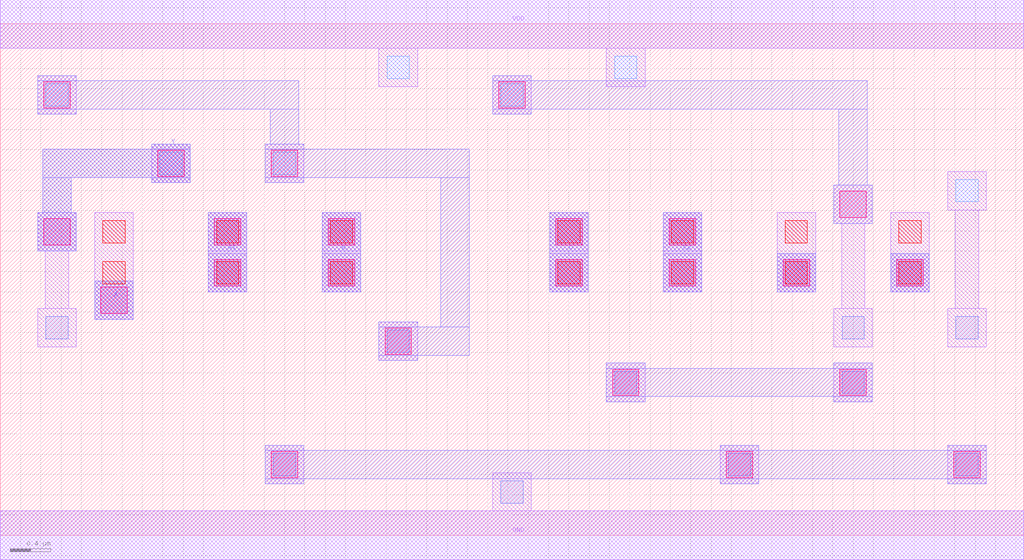
<source format=lef>
MACRO AOOAI2131
 CLASS CORE ;
 FOREIGN AOOAI2131 0 0 ;
 SIZE 10.08 BY 5.04 ;
 ORIGIN 0 0 ;
 SYMMETRY X Y R90 ;
 SITE unit ;
  PIN VDD
   DIRECTION INOUT ;
   USE POWER ;
   SHAPE ABUTMENT ;
    PORT
     CLASS CORE ;
       LAYER met1 ;
        RECT 0.00000000 4.80000000 10.08000000 5.28000000 ;
    END
  END VDD

  PIN GND
   DIRECTION INOUT ;
   USE POWER ;
   SHAPE ABUTMENT ;
    PORT
     CLASS CORE ;
       LAYER met1 ;
        RECT 0.00000000 -0.24000000 10.08000000 0.24000000 ;
    END
  END GND

  PIN Y
   DIRECTION INOUT ;
   USE SIGNAL ;
   SHAPE ABUTMENT ;
    PORT
     CLASS CORE ;
       LAYER met2 ;
        RECT 0.37000000 2.80200000 0.75000000 3.18200000 ;
        RECT 0.42000000 3.18200000 0.70000000 3.52700000 ;
        RECT 1.49000000 3.47700000 1.87000000 3.52700000 ;
        RECT 0.42000000 3.52700000 1.87000000 3.80700000 ;
        RECT 1.49000000 3.80700000 1.87000000 3.85700000 ;
    END
  END Y

  PIN D
   DIRECTION INOUT ;
   USE SIGNAL ;
   SHAPE ABUTMENT ;
    PORT
     CLASS CORE ;
       LAYER met2 ;
        RECT 5.41000000 2.39700000 5.79000000 3.18200000 ;
    END
  END D

  PIN A
   DIRECTION INOUT ;
   USE SIGNAL ;
   SHAPE ABUTMENT ;
    PORT
     CLASS CORE ;
       LAYER met2 ;
        RECT 0.93000000 2.12700000 1.31000000 2.50700000 ;
    END
  END A

  PIN B
   DIRECTION INOUT ;
   USE SIGNAL ;
   SHAPE ABUTMENT ;
    PORT
     CLASS CORE ;
       LAYER met2 ;
        RECT 3.17000000 2.39700000 3.55000000 3.18200000 ;
    END
  END B

  PIN C1
   DIRECTION INOUT ;
   USE SIGNAL ;
   SHAPE ABUTMENT ;
    PORT
     CLASS CORE ;
       LAYER met2 ;
        RECT 7.65000000 2.39700000 8.03000000 2.77700000 ;
    END
  END C1

  PIN A1
   DIRECTION INOUT ;
   USE SIGNAL ;
   SHAPE ABUTMENT ;
    PORT
     CLASS CORE ;
       LAYER met2 ;
        RECT 2.05000000 2.39700000 2.43000000 3.18200000 ;
    END
  END A1

  PIN C
   DIRECTION INOUT ;
   USE SIGNAL ;
   SHAPE ABUTMENT ;
    PORT
     CLASS CORE ;
       LAYER met2 ;
        RECT 8.77000000 2.39700000 9.15000000 2.77700000 ;
    END
  END C

  PIN C2
   DIRECTION INOUT ;
   USE SIGNAL ;
   SHAPE ABUTMENT ;
    PORT
     CLASS CORE ;
       LAYER met2 ;
        RECT 6.53000000 2.39700000 6.91000000 3.18200000 ;
    END
  END C2

 OBS
    LAYER polycont ;
     RECT 1.01000000 2.47700000 1.23000000 2.69700000 ;
     RECT 2.13000000 2.47700000 2.35000000 2.69700000 ;
     RECT 3.25000000 2.47700000 3.47000000 2.69700000 ;
     RECT 5.49000000 2.47700000 5.71000000 2.69700000 ;
     RECT 6.61000000 2.47700000 6.83000000 2.69700000 ;
     RECT 7.73000000 2.47700000 7.95000000 2.69700000 ;
     RECT 8.85000000 2.47700000 9.07000000 2.69700000 ;
     RECT 1.01000000 2.88200000 1.23000000 3.10200000 ;
     RECT 2.13000000 2.88200000 2.35000000 3.10200000 ;
     RECT 3.25000000 2.88200000 3.47000000 3.10200000 ;
     RECT 5.49000000 2.88200000 5.71000000 3.10200000 ;
     RECT 6.61000000 2.88200000 6.83000000 3.10200000 ;
     RECT 7.73000000 2.88200000 7.95000000 3.10200000 ;
     RECT 8.85000000 2.88200000 9.07000000 3.10200000 ;

    LAYER pdiffc ;
     RECT 9.41000000 3.28700000 9.63000000 3.50700000 ;
     RECT 1.57000000 3.55700000 1.79000000 3.77700000 ;
     RECT 2.69000000 3.55700000 2.91000000 3.77700000 ;
     RECT 0.45000000 4.23200000 0.67000000 4.45200000 ;
     RECT 4.93000000 4.23200000 5.15000000 4.45200000 ;
     RECT 3.81000000 4.50200000 4.03000000 4.72200000 ;
     RECT 6.05000000 4.50200000 6.27000000 4.72200000 ;

    LAYER ndiffc ;
     RECT 4.93000000 0.31700000 5.15000000 0.53700000 ;
     RECT 2.69000000 0.58700000 2.91000000 0.80700000 ;
     RECT 7.17000000 0.58700000 7.39000000 0.80700000 ;
     RECT 9.41000000 0.58700000 9.63000000 0.80700000 ;
     RECT 6.05000000 1.39700000 6.27000000 1.61700000 ;
     RECT 8.29000000 1.39700000 8.51000000 1.61700000 ;
     RECT 3.81000000 1.80200000 4.03000000 2.02200000 ;
     RECT 0.45000000 1.93700000 0.67000000 2.15700000 ;
     RECT 8.29000000 1.93700000 8.51000000 2.15700000 ;
     RECT 9.41000000 1.93700000 9.63000000 2.15700000 ;

    LAYER met1 ;
     RECT 0.00000000 -0.24000000 10.08000000 0.24000000 ;
     RECT 4.85000000 0.24000000 5.23000000 0.61700000 ;
     RECT 2.61000000 0.50700000 2.99000000 0.88700000 ;
     RECT 7.09000000 0.50700000 7.47000000 0.88700000 ;
     RECT 9.33000000 0.50700000 9.71000000 0.88700000 ;
     RECT 5.97000000 1.31700000 6.35000000 1.69700000 ;
     RECT 8.21000000 1.31700000 8.59000000 1.69700000 ;
     RECT 3.73000000 1.72200000 4.11000000 2.10200000 ;
     RECT 2.05000000 2.39700000 2.43000000 2.77700000 ;
     RECT 3.17000000 2.39700000 3.55000000 2.77700000 ;
     RECT 5.41000000 2.39700000 5.79000000 2.77700000 ;
     RECT 6.53000000 2.39700000 6.91000000 2.77700000 ;
     RECT 0.37000000 1.85700000 0.75000000 2.23700000 ;
     RECT 0.44500000 2.23700000 0.67500000 2.80200000 ;
     RECT 0.37000000 2.80200000 0.75000000 3.18200000 ;
     RECT 0.93000000 2.12700000 1.31000000 3.18200000 ;
     RECT 2.05000000 2.80200000 2.43000000 3.18200000 ;
     RECT 3.17000000 2.80200000 3.55000000 3.18200000 ;
     RECT 5.41000000 2.80200000 5.79000000 3.18200000 ;
     RECT 6.53000000 2.80200000 6.91000000 3.18200000 ;
     RECT 7.65000000 2.39700000 8.03000000 3.18200000 ;
     RECT 8.77000000 2.39700000 9.15000000 3.18200000 ;
     RECT 8.21000000 1.85700000 8.59000000 2.23700000 ;
     RECT 8.28500000 2.23700000 8.51500000 3.07200000 ;
     RECT 8.21000000 3.07200000 8.59000000 3.45200000 ;
     RECT 9.33000000 1.85700000 9.71000000 2.23700000 ;
     RECT 9.40500000 2.23700000 9.63500000 3.20700000 ;
     RECT 9.33000000 3.20700000 9.71000000 3.58700000 ;
     RECT 1.49000000 3.47700000 1.87000000 3.85700000 ;
     RECT 2.61000000 3.47700000 2.99000000 3.85700000 ;
     RECT 0.37000000 4.15200000 0.75000000 4.53200000 ;
     RECT 4.85000000 4.15200000 5.23000000 4.53200000 ;
     RECT 3.73000000 4.42200000 4.11000000 4.80000000 ;
     RECT 5.97000000 4.42200000 6.35000000 4.80000000 ;
     RECT 0.00000000 4.80000000 10.08000000 5.28000000 ;

    LAYER via1 ;
     RECT 2.67000000 0.56700000 2.93000000 0.82700000 ;
     RECT 7.15000000 0.56700000 7.41000000 0.82700000 ;
     RECT 9.39000000 0.56700000 9.65000000 0.82700000 ;
     RECT 6.03000000 1.37700000 6.29000000 1.63700000 ;
     RECT 8.27000000 1.37700000 8.53000000 1.63700000 ;
     RECT 3.79000000 1.78200000 4.05000000 2.04200000 ;
     RECT 0.99000000 2.18700000 1.25000000 2.44700000 ;
     RECT 2.11000000 2.45700000 2.37000000 2.71700000 ;
     RECT 3.23000000 2.45700000 3.49000000 2.71700000 ;
     RECT 5.47000000 2.45700000 5.73000000 2.71700000 ;
     RECT 6.59000000 2.45700000 6.85000000 2.71700000 ;
     RECT 7.71000000 2.45700000 7.97000000 2.71700000 ;
     RECT 8.83000000 2.45700000 9.09000000 2.71700000 ;
     RECT 0.43000000 2.86200000 0.69000000 3.12200000 ;
     RECT 2.11000000 2.86200000 2.37000000 3.12200000 ;
     RECT 3.23000000 2.86200000 3.49000000 3.12200000 ;
     RECT 5.47000000 2.86200000 5.73000000 3.12200000 ;
     RECT 6.59000000 2.86200000 6.85000000 3.12200000 ;
     RECT 8.27000000 3.13200000 8.53000000 3.39200000 ;
     RECT 1.55000000 3.53700000 1.81000000 3.79700000 ;
     RECT 2.67000000 3.53700000 2.93000000 3.79700000 ;
     RECT 0.43000000 4.21200000 0.69000000 4.47200000 ;
     RECT 4.91000000 4.21200000 5.17000000 4.47200000 ;

    LAYER met2 ;
     RECT 2.61000000 0.50700000 2.99000000 0.55700000 ;
     RECT 7.09000000 0.50700000 7.47000000 0.55700000 ;
     RECT 9.33000000 0.50700000 9.71000000 0.55700000 ;
     RECT 2.61000000 0.55700000 9.71000000 0.83700000 ;
     RECT 2.61000000 0.83700000 2.99000000 0.88700000 ;
     RECT 7.09000000 0.83700000 7.47000000 0.88700000 ;
     RECT 9.33000000 0.83700000 9.71000000 0.88700000 ;
     RECT 5.97000000 1.31700000 6.35000000 1.36700000 ;
     RECT 8.21000000 1.31700000 8.59000000 1.36700000 ;
     RECT 5.97000000 1.36700000 8.59000000 1.64700000 ;
     RECT 5.97000000 1.64700000 6.35000000 1.69700000 ;
     RECT 8.21000000 1.64700000 8.59000000 1.69700000 ;
     RECT 0.93000000 2.12700000 1.31000000 2.50700000 ;
     RECT 7.65000000 2.39700000 8.03000000 2.77700000 ;
     RECT 8.77000000 2.39700000 9.15000000 2.77700000 ;
     RECT 2.05000000 2.39700000 2.43000000 3.18200000 ;
     RECT 3.17000000 2.39700000 3.55000000 3.18200000 ;
     RECT 5.41000000 2.39700000 5.79000000 3.18200000 ;
     RECT 6.53000000 2.39700000 6.91000000 3.18200000 ;
     RECT 0.37000000 2.80200000 0.75000000 3.18200000 ;
     RECT 0.42000000 3.18200000 0.70000000 3.52700000 ;
     RECT 1.49000000 3.47700000 1.87000000 3.52700000 ;
     RECT 0.42000000 3.52700000 1.87000000 3.80700000 ;
     RECT 1.49000000 3.80700000 1.87000000 3.85700000 ;
     RECT 3.73000000 1.72200000 4.11000000 1.77200000 ;
     RECT 3.73000000 1.77200000 4.62000000 2.05200000 ;
     RECT 3.73000000 2.05200000 4.11000000 2.10200000 ;
     RECT 2.61000000 3.47700000 2.99000000 3.52700000 ;
     RECT 4.34000000 2.05200000 4.62000000 3.52700000 ;
     RECT 2.61000000 3.52700000 4.62000000 3.80700000 ;
     RECT 2.61000000 3.80700000 2.99000000 3.85700000 ;
     RECT 0.37000000 4.15200000 0.75000000 4.20200000 ;
     RECT 2.66000000 3.85700000 2.94000000 4.20200000 ;
     RECT 0.37000000 4.20200000 2.94000000 4.48200000 ;
     RECT 0.37000000 4.48200000 0.75000000 4.53200000 ;
     RECT 8.21000000 3.07200000 8.59000000 3.45200000 ;
     RECT 4.85000000 4.15200000 5.23000000 4.20200000 ;
     RECT 8.26000000 3.45200000 8.54000000 4.20200000 ;
     RECT 4.85000000 4.20200000 8.54000000 4.48200000 ;
     RECT 4.85000000 4.48200000 5.23000000 4.53200000 ;

 END
END AOOAI2131

</source>
